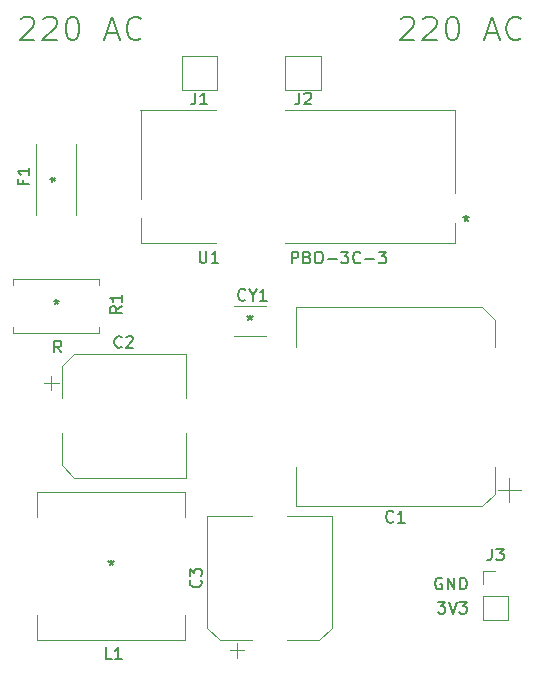
<source format=gto>
%TF.GenerationSoftware,KiCad,Pcbnew,6.0.9-8da3e8f707~117~ubuntu20.04.1*%
%TF.CreationDate,2022-12-20T10:53:49+01:00*%
%TF.ProjectId,220AC-mini-C3-board,32323041-432d-46d6-996e-692d43332d62,rev?*%
%TF.SameCoordinates,Original*%
%TF.FileFunction,Legend,Top*%
%TF.FilePolarity,Positive*%
%FSLAX46Y46*%
G04 Gerber Fmt 4.6, Leading zero omitted, Abs format (unit mm)*
G04 Created by KiCad (PCBNEW 6.0.9-8da3e8f707~117~ubuntu20.04.1) date 2022-12-20 10:53:49*
%MOMM*%
%LPD*%
G01*
G04 APERTURE LIST*
%ADD10C,0.150000*%
%ADD11C,0.120000*%
G04 APERTURE END LIST*
D10*
X148204761Y-55495238D02*
X148300000Y-55400000D01*
X148490476Y-55304761D01*
X148966666Y-55304761D01*
X149157142Y-55400000D01*
X149252380Y-55495238D01*
X149347619Y-55685714D01*
X149347619Y-55876190D01*
X149252380Y-56161904D01*
X148109523Y-57304761D01*
X149347619Y-57304761D01*
X150109523Y-55495238D02*
X150204761Y-55400000D01*
X150395238Y-55304761D01*
X150871428Y-55304761D01*
X151061904Y-55400000D01*
X151157142Y-55495238D01*
X151252380Y-55685714D01*
X151252380Y-55876190D01*
X151157142Y-56161904D01*
X150014285Y-57304761D01*
X151252380Y-57304761D01*
X152490476Y-55304761D02*
X152680952Y-55304761D01*
X152871428Y-55400000D01*
X152966666Y-55495238D01*
X153061904Y-55685714D01*
X153157142Y-56066666D01*
X153157142Y-56542857D01*
X153061904Y-56923809D01*
X152966666Y-57114285D01*
X152871428Y-57209523D01*
X152680952Y-57304761D01*
X152490476Y-57304761D01*
X152300000Y-57209523D01*
X152204761Y-57114285D01*
X152109523Y-56923809D01*
X152014285Y-56542857D01*
X152014285Y-56066666D01*
X152109523Y-55685714D01*
X152204761Y-55495238D01*
X152300000Y-55400000D01*
X152490476Y-55304761D01*
X155442857Y-56733333D02*
X156395238Y-56733333D01*
X155252380Y-57304761D02*
X155919047Y-55304761D01*
X156585714Y-57304761D01*
X158395238Y-57114285D02*
X158300000Y-57209523D01*
X158014285Y-57304761D01*
X157823809Y-57304761D01*
X157538095Y-57209523D01*
X157347619Y-57019047D01*
X157252380Y-56828571D01*
X157157142Y-56447619D01*
X157157142Y-56161904D01*
X157252380Y-55780952D01*
X157347619Y-55590476D01*
X157538095Y-55400000D01*
X157823809Y-55304761D01*
X158014285Y-55304761D01*
X158300000Y-55400000D01*
X158395238Y-55495238D01*
X151361904Y-104852380D02*
X151980952Y-104852380D01*
X151647619Y-105233333D01*
X151790476Y-105233333D01*
X151885714Y-105280952D01*
X151933333Y-105328571D01*
X151980952Y-105423809D01*
X151980952Y-105661904D01*
X151933333Y-105757142D01*
X151885714Y-105804761D01*
X151790476Y-105852380D01*
X151504761Y-105852380D01*
X151409523Y-105804761D01*
X151361904Y-105757142D01*
X152266666Y-104852380D02*
X152600000Y-105852380D01*
X152933333Y-104852380D01*
X153171428Y-104852380D02*
X153790476Y-104852380D01*
X153457142Y-105233333D01*
X153600000Y-105233333D01*
X153695238Y-105280952D01*
X153742857Y-105328571D01*
X153790476Y-105423809D01*
X153790476Y-105661904D01*
X153742857Y-105757142D01*
X153695238Y-105804761D01*
X153600000Y-105852380D01*
X153314285Y-105852380D01*
X153219047Y-105804761D01*
X153171428Y-105757142D01*
X116054761Y-55495238D02*
X116150000Y-55400000D01*
X116340476Y-55304761D01*
X116816666Y-55304761D01*
X117007142Y-55400000D01*
X117102380Y-55495238D01*
X117197619Y-55685714D01*
X117197619Y-55876190D01*
X117102380Y-56161904D01*
X115959523Y-57304761D01*
X117197619Y-57304761D01*
X117959523Y-55495238D02*
X118054761Y-55400000D01*
X118245238Y-55304761D01*
X118721428Y-55304761D01*
X118911904Y-55400000D01*
X119007142Y-55495238D01*
X119102380Y-55685714D01*
X119102380Y-55876190D01*
X119007142Y-56161904D01*
X117864285Y-57304761D01*
X119102380Y-57304761D01*
X120340476Y-55304761D02*
X120530952Y-55304761D01*
X120721428Y-55400000D01*
X120816666Y-55495238D01*
X120911904Y-55685714D01*
X121007142Y-56066666D01*
X121007142Y-56542857D01*
X120911904Y-56923809D01*
X120816666Y-57114285D01*
X120721428Y-57209523D01*
X120530952Y-57304761D01*
X120340476Y-57304761D01*
X120150000Y-57209523D01*
X120054761Y-57114285D01*
X119959523Y-56923809D01*
X119864285Y-56542857D01*
X119864285Y-56066666D01*
X119959523Y-55685714D01*
X120054761Y-55495238D01*
X120150000Y-55400000D01*
X120340476Y-55304761D01*
X123292857Y-56733333D02*
X124245238Y-56733333D01*
X123102380Y-57304761D02*
X123769047Y-55304761D01*
X124435714Y-57304761D01*
X126245238Y-57114285D02*
X126150000Y-57209523D01*
X125864285Y-57304761D01*
X125673809Y-57304761D01*
X125388095Y-57209523D01*
X125197619Y-57019047D01*
X125102380Y-56828571D01*
X125007142Y-56447619D01*
X125007142Y-56161904D01*
X125102380Y-55780952D01*
X125197619Y-55590476D01*
X125388095Y-55400000D01*
X125673809Y-55304761D01*
X125864285Y-55304761D01*
X126150000Y-55400000D01*
X126245238Y-55495238D01*
X151695238Y-102850000D02*
X151600000Y-102802380D01*
X151457143Y-102802380D01*
X151314285Y-102850000D01*
X151219047Y-102945238D01*
X151171428Y-103040476D01*
X151123809Y-103230952D01*
X151123809Y-103373809D01*
X151171428Y-103564285D01*
X151219047Y-103659523D01*
X151314285Y-103754761D01*
X151457143Y-103802380D01*
X151552381Y-103802380D01*
X151695238Y-103754761D01*
X151742857Y-103707142D01*
X151742857Y-103373809D01*
X151552381Y-103373809D01*
X152171428Y-103802380D02*
X152171428Y-102802380D01*
X152742857Y-103802380D01*
X152742857Y-102802380D01*
X153219047Y-103802380D02*
X153219047Y-102802380D01*
X153457143Y-102802380D01*
X153600000Y-102850000D01*
X153695238Y-102945238D01*
X153742857Y-103040476D01*
X153790476Y-103230952D01*
X153790476Y-103373809D01*
X153742857Y-103564285D01*
X153695238Y-103659523D01*
X153600000Y-103754761D01*
X153457143Y-103802380D01*
X153219047Y-103802380D01*
%TO.C,R1*%
X124602380Y-79816666D02*
X124126190Y-80150000D01*
X124602380Y-80388095D02*
X123602380Y-80388095D01*
X123602380Y-80007142D01*
X123650000Y-79911904D01*
X123697619Y-79864285D01*
X123792857Y-79816666D01*
X123935714Y-79816666D01*
X124030952Y-79864285D01*
X124078571Y-79911904D01*
X124126190Y-80007142D01*
X124126190Y-80388095D01*
X124602380Y-78864285D02*
X124602380Y-79435714D01*
X124602380Y-79150000D02*
X123602380Y-79150000D01*
X123745238Y-79245238D01*
X123840476Y-79340476D01*
X123888095Y-79435714D01*
X119459523Y-83742380D02*
X119126190Y-83266190D01*
X118888095Y-83742380D02*
X118888095Y-82742380D01*
X119269047Y-82742380D01*
X119364285Y-82790000D01*
X119411904Y-82837619D01*
X119459523Y-82932857D01*
X119459523Y-83075714D01*
X119411904Y-83170952D01*
X119364285Y-83218571D01*
X119269047Y-83266190D01*
X118888095Y-83266190D01*
X119050000Y-79252380D02*
X119050000Y-79490476D01*
X118811904Y-79395238D02*
X119050000Y-79490476D01*
X119288095Y-79395238D01*
X118907142Y-79680952D02*
X119050000Y-79490476D01*
X119192857Y-79680952D01*
%TO.C,J1*%
X130816666Y-61752380D02*
X130816666Y-62466666D01*
X130769047Y-62609523D01*
X130673809Y-62704761D01*
X130530952Y-62752380D01*
X130435714Y-62752380D01*
X131816666Y-62752380D02*
X131245238Y-62752380D01*
X131530952Y-62752380D02*
X131530952Y-61752380D01*
X131435714Y-61895238D01*
X131340476Y-61990476D01*
X131245238Y-62038095D01*
%TO.C,C1*%
X147590833Y-98057142D02*
X147543214Y-98104761D01*
X147400357Y-98152380D01*
X147305119Y-98152380D01*
X147162261Y-98104761D01*
X147067023Y-98009523D01*
X147019404Y-97914285D01*
X146971785Y-97723809D01*
X146971785Y-97580952D01*
X147019404Y-97390476D01*
X147067023Y-97295238D01*
X147162261Y-97200000D01*
X147305119Y-97152380D01*
X147400357Y-97152380D01*
X147543214Y-97200000D01*
X147590833Y-97247619D01*
X148543214Y-98152380D02*
X147971785Y-98152380D01*
X148257500Y-98152380D02*
X148257500Y-97152380D01*
X148162261Y-97295238D01*
X148067023Y-97390476D01*
X147971785Y-97438095D01*
%TO.C,CY1*%
X135064761Y-79267142D02*
X135017142Y-79314761D01*
X134874285Y-79362380D01*
X134779047Y-79362380D01*
X134636190Y-79314761D01*
X134540952Y-79219523D01*
X134493333Y-79124285D01*
X134445714Y-78933809D01*
X134445714Y-78790952D01*
X134493333Y-78600476D01*
X134540952Y-78505238D01*
X134636190Y-78410000D01*
X134779047Y-78362380D01*
X134874285Y-78362380D01*
X135017142Y-78410000D01*
X135064761Y-78457619D01*
X135683809Y-78886190D02*
X135683809Y-79362380D01*
X135350476Y-78362380D02*
X135683809Y-78886190D01*
X136017142Y-78362380D01*
X136874285Y-79362380D02*
X136302857Y-79362380D01*
X136588571Y-79362380D02*
X136588571Y-78362380D01*
X136493333Y-78505238D01*
X136398095Y-78600476D01*
X136302857Y-78648095D01*
X135450000Y-80552380D02*
X135450000Y-80790476D01*
X135211904Y-80695238D02*
X135450000Y-80790476D01*
X135688095Y-80695238D01*
X135307142Y-80980952D02*
X135450000Y-80790476D01*
X135592857Y-80980952D01*
%TO.C,U1*%
X131188094Y-75152380D02*
X131188094Y-75961904D01*
X131235713Y-76057142D01*
X131283332Y-76104761D01*
X131378570Y-76152380D01*
X131569046Y-76152380D01*
X131664284Y-76104761D01*
X131711903Y-76057142D01*
X131759522Y-75961904D01*
X131759522Y-75152380D01*
X132759522Y-76152380D02*
X132188094Y-76152380D01*
X132473808Y-76152380D02*
X132473808Y-75152380D01*
X132378570Y-75295238D01*
X132283332Y-75390476D01*
X132188094Y-75438095D01*
X138973809Y-76202380D02*
X138973809Y-75202380D01*
X139354761Y-75202380D01*
X139450000Y-75250000D01*
X139497619Y-75297619D01*
X139545238Y-75392857D01*
X139545238Y-75535714D01*
X139497619Y-75630952D01*
X139450000Y-75678571D01*
X139354761Y-75726190D01*
X138973809Y-75726190D01*
X140307142Y-75678571D02*
X140450000Y-75726190D01*
X140497619Y-75773809D01*
X140545238Y-75869047D01*
X140545238Y-76011904D01*
X140497619Y-76107142D01*
X140450000Y-76154761D01*
X140354761Y-76202380D01*
X139973809Y-76202380D01*
X139973809Y-75202380D01*
X140307142Y-75202380D01*
X140402380Y-75250000D01*
X140450000Y-75297619D01*
X140497619Y-75392857D01*
X140497619Y-75488095D01*
X140450000Y-75583333D01*
X140402380Y-75630952D01*
X140307142Y-75678571D01*
X139973809Y-75678571D01*
X141164285Y-75202380D02*
X141354761Y-75202380D01*
X141450000Y-75250000D01*
X141545238Y-75345238D01*
X141592857Y-75535714D01*
X141592857Y-75869047D01*
X141545238Y-76059523D01*
X141450000Y-76154761D01*
X141354761Y-76202380D01*
X141164285Y-76202380D01*
X141069047Y-76154761D01*
X140973809Y-76059523D01*
X140926190Y-75869047D01*
X140926190Y-75535714D01*
X140973809Y-75345238D01*
X141069047Y-75250000D01*
X141164285Y-75202380D01*
X142021428Y-75821428D02*
X142783333Y-75821428D01*
X143164285Y-75202380D02*
X143783333Y-75202380D01*
X143450000Y-75583333D01*
X143592857Y-75583333D01*
X143688095Y-75630952D01*
X143735714Y-75678571D01*
X143783333Y-75773809D01*
X143783333Y-76011904D01*
X143735714Y-76107142D01*
X143688095Y-76154761D01*
X143592857Y-76202380D01*
X143307142Y-76202380D01*
X143211904Y-76154761D01*
X143164285Y-76107142D01*
X144783333Y-76107142D02*
X144735714Y-76154761D01*
X144592857Y-76202380D01*
X144497619Y-76202380D01*
X144354761Y-76154761D01*
X144259523Y-76059523D01*
X144211904Y-75964285D01*
X144164285Y-75773809D01*
X144164285Y-75630952D01*
X144211904Y-75440476D01*
X144259523Y-75345238D01*
X144354761Y-75250000D01*
X144497619Y-75202380D01*
X144592857Y-75202380D01*
X144735714Y-75250000D01*
X144783333Y-75297619D01*
X145211904Y-75821428D02*
X145973809Y-75821428D01*
X146354761Y-75202380D02*
X146973809Y-75202380D01*
X146640476Y-75583333D01*
X146783333Y-75583333D01*
X146878571Y-75630952D01*
X146926190Y-75678571D01*
X146973809Y-75773809D01*
X146973809Y-76011904D01*
X146926190Y-76107142D01*
X146878571Y-76154761D01*
X146783333Y-76202380D01*
X146497619Y-76202380D01*
X146402380Y-76154761D01*
X146354761Y-76107142D01*
X153749999Y-72152380D02*
X153749999Y-72390476D01*
X153511903Y-72295238D02*
X153749999Y-72390476D01*
X153988094Y-72295238D01*
X153607141Y-72580952D02*
X153749999Y-72390476D01*
X153892856Y-72580952D01*
%TO.C,J3*%
X155916666Y-100352380D02*
X155916666Y-101066666D01*
X155869047Y-101209523D01*
X155773809Y-101304761D01*
X155630952Y-101352380D01*
X155535714Y-101352380D01*
X156297619Y-100352380D02*
X156916666Y-100352380D01*
X156583333Y-100733333D01*
X156726190Y-100733333D01*
X156821428Y-100780952D01*
X156869047Y-100828571D01*
X156916666Y-100923809D01*
X156916666Y-101161904D01*
X156869047Y-101257142D01*
X156821428Y-101304761D01*
X156726190Y-101352380D01*
X156440476Y-101352380D01*
X156345238Y-101304761D01*
X156297619Y-101257142D01*
%TO.C,F1*%
X116248571Y-69183333D02*
X116248571Y-69516666D01*
X116772380Y-69516666D02*
X115772380Y-69516666D01*
X115772380Y-69040476D01*
X116772380Y-68135714D02*
X116772380Y-68707142D01*
X116772380Y-68421428D02*
X115772380Y-68421428D01*
X115915238Y-68516666D01*
X116010476Y-68611904D01*
X116058095Y-68707142D01*
X118502380Y-69100000D02*
X118740476Y-69100000D01*
X118645238Y-69338095D02*
X118740476Y-69100000D01*
X118645238Y-68861904D01*
X118930952Y-69242857D02*
X118740476Y-69100000D01*
X118930952Y-68957142D01*
%TO.C,J2*%
X139616666Y-61752380D02*
X139616666Y-62466666D01*
X139569047Y-62609523D01*
X139473809Y-62704761D01*
X139330952Y-62752380D01*
X139235714Y-62752380D01*
X140045238Y-61847619D02*
X140092857Y-61800000D01*
X140188095Y-61752380D01*
X140426190Y-61752380D01*
X140521428Y-61800000D01*
X140569047Y-61847619D01*
X140616666Y-61942857D01*
X140616666Y-62038095D01*
X140569047Y-62180952D01*
X139997619Y-62752380D01*
X140616666Y-62752380D01*
%TO.C,C2*%
X124583333Y-83257142D02*
X124535714Y-83304761D01*
X124392857Y-83352380D01*
X124297619Y-83352380D01*
X124154761Y-83304761D01*
X124059523Y-83209523D01*
X124011904Y-83114285D01*
X123964285Y-82923809D01*
X123964285Y-82780952D01*
X124011904Y-82590476D01*
X124059523Y-82495238D01*
X124154761Y-82400000D01*
X124297619Y-82352380D01*
X124392857Y-82352380D01*
X124535714Y-82400000D01*
X124583333Y-82447619D01*
X124964285Y-82447619D02*
X125011904Y-82400000D01*
X125107142Y-82352380D01*
X125345238Y-82352380D01*
X125440476Y-82400000D01*
X125488095Y-82447619D01*
X125535714Y-82542857D01*
X125535714Y-82638095D01*
X125488095Y-82780952D01*
X124916666Y-83352380D01*
X125535714Y-83352380D01*
%TO.C,C3*%
X131257142Y-103016666D02*
X131304761Y-103064285D01*
X131352380Y-103207142D01*
X131352380Y-103302380D01*
X131304761Y-103445238D01*
X131209523Y-103540476D01*
X131114285Y-103588095D01*
X130923809Y-103635714D01*
X130780952Y-103635714D01*
X130590476Y-103588095D01*
X130495238Y-103540476D01*
X130400000Y-103445238D01*
X130352380Y-103302380D01*
X130352380Y-103207142D01*
X130400000Y-103064285D01*
X130447619Y-103016666D01*
X130352380Y-102683333D02*
X130352380Y-102064285D01*
X130733333Y-102397619D01*
X130733333Y-102254761D01*
X130780952Y-102159523D01*
X130828571Y-102111904D01*
X130923809Y-102064285D01*
X131161904Y-102064285D01*
X131257142Y-102111904D01*
X131304761Y-102159523D01*
X131352380Y-102254761D01*
X131352380Y-102540476D01*
X131304761Y-102635714D01*
X131257142Y-102683333D01*
%TO.C,L1*%
X123733333Y-109702380D02*
X123257142Y-109702380D01*
X123257142Y-108702380D01*
X124590476Y-109702380D02*
X124019047Y-109702380D01*
X124304761Y-109702380D02*
X124304761Y-108702380D01*
X124209523Y-108845238D01*
X124114285Y-108940476D01*
X124019047Y-108988095D01*
X123700000Y-101302380D02*
X123700000Y-101540476D01*
X123461904Y-101445238D02*
X123700000Y-101540476D01*
X123938095Y-101445238D01*
X123557142Y-101730952D02*
X123700000Y-101540476D01*
X123842857Y-101730952D01*
D11*
%TO.C,R1*%
X115417800Y-77526700D02*
X115417800Y-78019460D01*
X115417800Y-81580540D02*
X115417800Y-82073300D01*
X122682200Y-82073300D02*
X122682200Y-81580540D01*
X115417800Y-82073300D02*
X122682200Y-82073300D01*
X122682200Y-78019460D02*
X122682200Y-77526700D01*
X122682200Y-77526700D02*
X115417800Y-77526700D01*
%TO.C,J1*%
X132650000Y-58650000D02*
X132650000Y-61500000D01*
X129650000Y-61500000D02*
X132650000Y-61500000D01*
X129650000Y-58650000D02*
X129650000Y-61500000D01*
X129650000Y-58650000D02*
X132650000Y-58650000D01*
%TO.C,C1*%
X157407500Y-96410000D02*
X157407500Y-94410000D01*
X156167500Y-81004437D02*
X156167500Y-83290000D01*
X158407500Y-95410000D02*
X156407500Y-95410000D01*
X155103063Y-96760000D02*
X139347500Y-96760000D01*
X156167500Y-95695563D02*
X155103063Y-96760000D01*
X156167500Y-95695563D02*
X156167500Y-93410000D01*
X155103063Y-79940000D02*
X139347500Y-79940000D01*
X139347500Y-96760000D02*
X139347500Y-93410000D01*
X139347500Y-79940000D02*
X139347500Y-83290000D01*
X156167500Y-81004437D02*
X155103063Y-79940000D01*
%TO.C,CY1*%
X134068450Y-82382700D02*
X136831550Y-82382700D01*
X136831550Y-79817300D02*
X134068450Y-79817300D01*
%TO.C,U1*%
X126177700Y-72335196D02*
X126177700Y-74476100D01*
X126169999Y-63223900D02*
X132529999Y-63223900D01*
X126189999Y-74476100D02*
X132549999Y-74476100D01*
X152822300Y-63223900D02*
X138389999Y-63223900D01*
X152822300Y-74476100D02*
X152822300Y-72828829D01*
X138389999Y-74476100D02*
X152822300Y-74476100D01*
X152822300Y-70271171D02*
X152822300Y-63223900D01*
X126177700Y-63223900D02*
X126177700Y-70764804D01*
%TO.C,J3*%
X155140000Y-104350000D02*
X155140000Y-106410000D01*
X155140000Y-104350000D02*
X157260000Y-104350000D01*
X155140000Y-106410000D02*
X157260000Y-106410000D01*
X155140000Y-103350000D02*
X155140000Y-102290000D01*
X157260000Y-104350000D02*
X157260000Y-106410000D01*
X155140000Y-102290000D02*
X156200000Y-102290000D01*
%TO.C,F1*%
X117360900Y-66067450D02*
X117360900Y-72132550D01*
X120739100Y-72132550D02*
X120739100Y-66067450D01*
%TO.C,J2*%
X138450000Y-61500000D02*
X141450000Y-61500000D01*
X138450000Y-58650000D02*
X141450000Y-58650000D01*
X141450000Y-58650000D02*
X141450000Y-61500000D01*
X138450000Y-58650000D02*
X138450000Y-61500000D01*
%TO.C,C2*%
X130010000Y-83840000D02*
X130010000Y-87590000D01*
X119490000Y-84904437D02*
X119490000Y-87590000D01*
X119490000Y-93295563D02*
X120554437Y-94360000D01*
X120554437Y-83840000D02*
X130010000Y-83840000D01*
X119490000Y-93295563D02*
X119490000Y-90610000D01*
X118625000Y-85715000D02*
X118625000Y-86965000D01*
X118000000Y-86340000D02*
X119250000Y-86340000D01*
X120554437Y-94360000D02*
X130010000Y-94360000D01*
X130010000Y-94360000D02*
X130010000Y-90610000D01*
X119490000Y-84904437D02*
X120554437Y-83840000D01*
%TO.C,C3*%
X134340000Y-109600000D02*
X134340000Y-108350000D01*
X142360000Y-107045563D02*
X142360000Y-97590000D01*
X132904437Y-108110000D02*
X131840000Y-107045563D01*
X142360000Y-97590000D02*
X138610000Y-97590000D01*
X133715000Y-108975000D02*
X134965000Y-108975000D01*
X132904437Y-108110000D02*
X135590000Y-108110000D01*
X131840000Y-107045563D02*
X131840000Y-97590000D01*
X141295563Y-108110000D02*
X142360000Y-107045563D01*
X141295563Y-108110000D02*
X138610000Y-108110000D01*
X131840000Y-97590000D02*
X135590000Y-97590000D01*
%TO.C,L1*%
X117426200Y-95576200D02*
X117426200Y-97719960D01*
X129973800Y-108123800D02*
X129973800Y-105980040D01*
X117426200Y-105980040D02*
X117426200Y-108123800D01*
X129973800Y-95576200D02*
X117426200Y-95576200D01*
X129973800Y-97719960D02*
X129973800Y-95576200D01*
X117426200Y-108123800D02*
X129973800Y-108123800D01*
%TD*%
M02*

</source>
